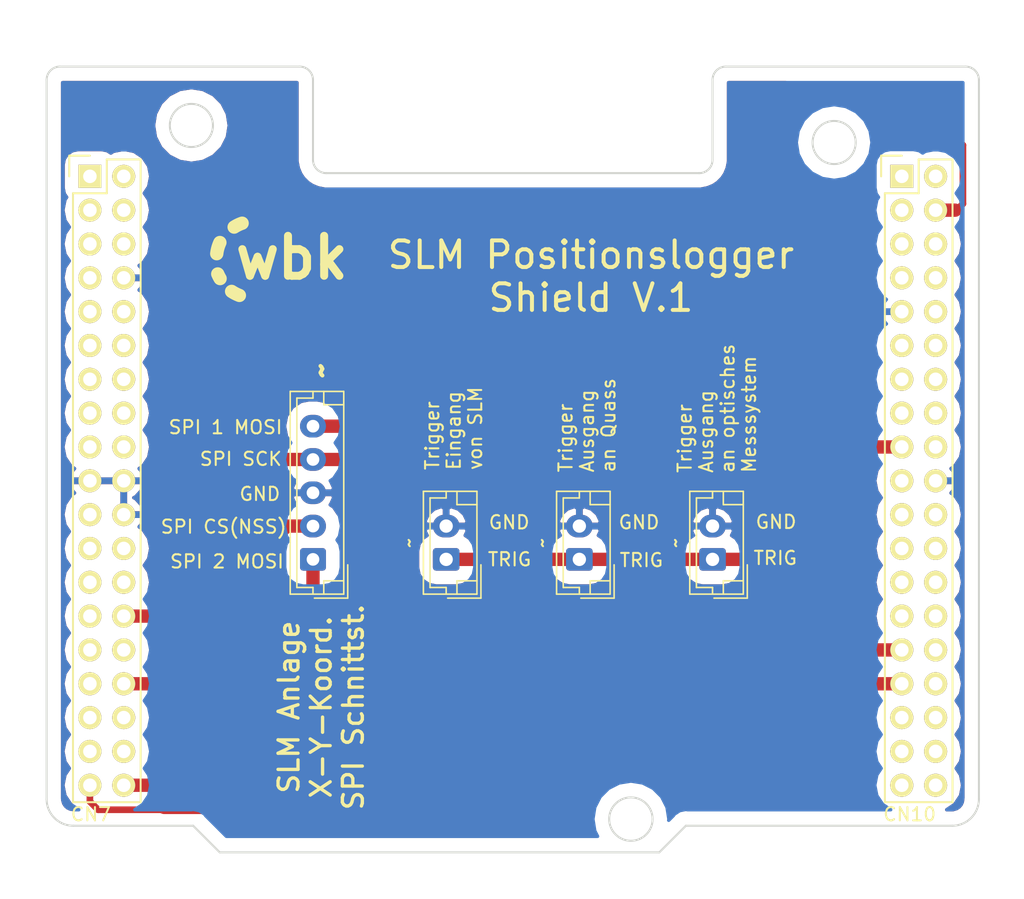
<source format=kicad_pcb>
(kicad_pcb (version 20171130) (host pcbnew 5.0.2-bee76a0~70~ubuntu18.04.1)

  (general
    (thickness 1.6)
    (drawings 44)
    (tracks 49)
    (zones 0)
    (modules 6)
    (nets 7)
  )

  (page A4)
  (layers
    (0 F.Cu signal hide)
    (31 B.Cu signal)
    (32 B.Adhes user)
    (33 F.Adhes user)
    (34 B.Paste user)
    (35 F.Paste user)
    (36 B.SilkS user)
    (37 F.SilkS user)
    (38 B.Mask user)
    (39 F.Mask user)
    (40 Dwgs.User user)
    (41 Cmts.User user)
    (42 Eco1.User user)
    (43 Eco2.User user)
    (44 Edge.Cuts user)
    (45 Margin user)
    (46 B.CrtYd user)
    (47 F.CrtYd user)
    (48 B.Fab user)
    (49 F.Fab user)
  )

  (setup
    (last_trace_width 0.3)
    (user_trace_width 0.5)
    (user_trace_width 1)
    (trace_clearance 0.3)
    (zone_clearance 1)
    (zone_45_only no)
    (trace_min 0.25)
    (segment_width 0.2)
    (edge_width 0.15)
    (via_size 0.6)
    (via_drill 0.4)
    (via_min_size 0.4)
    (via_min_drill 0.3)
    (uvia_size 0.3)
    (uvia_drill 0.1)
    (uvias_allowed no)
    (uvia_min_size 0.2)
    (uvia_min_drill 0.1)
    (pcb_text_width 0.3)
    (pcb_text_size 1.5 1.5)
    (mod_edge_width 0.15)
    (mod_text_size 1 1)
    (mod_text_width 0.15)
    (pad_size 1.524 1.524)
    (pad_drill 0.762)
    (pad_to_mask_clearance 0.2)
    (solder_mask_min_width 0.25)
    (aux_axis_origin 130 120)
    (grid_origin 130 120)
    (visible_elements FFFFFF7F)
    (pcbplotparams
      (layerselection 0x00030_7fffffff)
      (usegerberextensions false)
      (usegerberattributes false)
      (usegerberadvancedattributes false)
      (creategerberjobfile false)
      (excludeedgelayer true)
      (linewidth 0.100000)
      (plotframeref false)
      (viasonmask false)
      (mode 1)
      (useauxorigin false)
      (hpglpennumber 1)
      (hpglpenspeed 20)
      (hpglpendiameter 15.000000)
      (psnegative false)
      (psa4output false)
      (plotreference true)
      (plotvalue true)
      (plotinvisibletext false)
      (padsonsilk false)
      (subtractmaskfromsilk false)
      (outputformat 5)
      (mirror false)
      (drillshape 0)
      (scaleselection 1)
      (outputdirectory "./"))
  )

  (net 0 "")
  (net 1 SPI1_SCK)
  (net 2 SPI1_NSS)
  (net 3 SPI2_MOSI)
  (net 4 TRIGGER)
  (net 5 SPI1_MOSI)
  (net 6 GND)

  (net_class Default "This is the default net class."
    (clearance 0.3)
    (trace_width 0.3)
    (via_dia 0.6)
    (via_drill 0.4)
    (uvia_dia 0.3)
    (uvia_drill 0.1)
    (diff_pair_gap 0.25)
    (diff_pair_width 0.25)
    (add_net GND)
    (add_net SPI1_MOSI)
    (add_net SPI1_NSS)
    (add_net SPI1_SCK)
    (add_net SPI2_MOSI)
    (add_net TRIGGER)
  )

  (module Pin_Headers:Pin_Header_Straight_2x19 (layer F.Cu) (tedit 0) (tstamp 5874D3F2)
    (at 133.25 71.24)
    (descr "Through hole pin header")
    (tags "pin header")
    (path /58745202)
    (fp_text reference CN7 (at 0.07 47.9) (layer F.SilkS)
      (effects (font (size 1 1) (thickness 0.15)))
    )
    (fp_text value CONN_02X19 (at 0.15 -3.17) (layer F.Fab)
      (effects (font (size 1 1) (thickness 0.15)))
    )
    (fp_line (start -1.75 -1.75) (end -1.75 47.5) (layer F.CrtYd) (width 0.05))
    (fp_line (start 4.3 -1.75) (end 4.3 47.5) (layer F.CrtYd) (width 0.05))
    (fp_line (start -1.75 -1.75) (end 4.3 -1.75) (layer F.CrtYd) (width 0.05))
    (fp_line (start -1.75 47.5) (end 4.3 47.5) (layer F.CrtYd) (width 0.05))
    (fp_line (start 3.81 -1.27) (end 3.81 46.99) (layer F.SilkS) (width 0.15))
    (fp_line (start -1.27 46.99) (end -1.27 1.27) (layer F.SilkS) (width 0.15))
    (fp_line (start 3.81 46.99) (end -1.27 46.99) (layer F.SilkS) (width 0.15))
    (fp_line (start 3.81 -1.27) (end 1.27 -1.27) (layer F.SilkS) (width 0.15))
    (fp_line (start 0 -1.55) (end -1.55 -1.55) (layer F.SilkS) (width 0.15))
    (fp_line (start 1.27 -1.27) (end 1.27 1.27) (layer F.SilkS) (width 0.15))
    (fp_line (start 1.27 1.27) (end -1.27 1.27) (layer F.SilkS) (width 0.15))
    (fp_line (start -1.55 -1.55) (end -1.55 0) (layer F.SilkS) (width 0.15))
    (pad 1 thru_hole rect (at 0 0) (size 1.7272 1.7272) (drill 1.016) (layers *.Cu *.Mask F.SilkS))
    (pad 2 thru_hole oval (at 2.54 0) (size 1.7272 1.7272) (drill 1.016) (layers *.Cu *.Mask F.SilkS))
    (pad 3 thru_hole oval (at 0 2.54) (size 1.7272 1.7272) (drill 1.016) (layers *.Cu *.Mask F.SilkS))
    (pad 4 thru_hole oval (at 2.54 2.54) (size 1.7272 1.7272) (drill 1.016) (layers *.Cu *.Mask F.SilkS))
    (pad 5 thru_hole oval (at 0 5.08) (size 1.7272 1.7272) (drill 1.016) (layers *.Cu *.Mask F.SilkS))
    (pad 6 thru_hole oval (at 2.54 5.08) (size 1.7272 1.7272) (drill 1.016) (layers *.Cu *.Mask F.SilkS))
    (pad 7 thru_hole oval (at 0 7.62) (size 1.7272 1.7272) (drill 1.016) (layers *.Cu *.Mask F.SilkS))
    (pad 8 thru_hole oval (at 2.54 7.62) (size 1.7272 1.7272) (drill 1.016) (layers *.Cu *.Mask F.SilkS)
      (net 6 GND))
    (pad 9 thru_hole oval (at 0 10.16) (size 1.7272 1.7272) (drill 1.016) (layers *.Cu *.Mask F.SilkS))
    (pad 10 thru_hole oval (at 2.54 10.16) (size 1.7272 1.7272) (drill 1.016) (layers *.Cu *.Mask F.SilkS))
    (pad 11 thru_hole oval (at 0 12.7) (size 1.7272 1.7272) (drill 1.016) (layers *.Cu *.Mask F.SilkS))
    (pad 12 thru_hole oval (at 2.54 12.7) (size 1.7272 1.7272) (drill 1.016) (layers *.Cu *.Mask F.SilkS))
    (pad 13 thru_hole oval (at 0 15.24) (size 1.7272 1.7272) (drill 1.016) (layers *.Cu *.Mask F.SilkS))
    (pad 14 thru_hole oval (at 2.54 15.24) (size 1.7272 1.7272) (drill 1.016) (layers *.Cu *.Mask F.SilkS))
    (pad 15 thru_hole oval (at 0 17.78) (size 1.7272 1.7272) (drill 1.016) (layers *.Cu *.Mask F.SilkS))
    (pad 16 thru_hole oval (at 2.54 17.78) (size 1.7272 1.7272) (drill 1.016) (layers *.Cu *.Mask F.SilkS))
    (pad 17 thru_hole oval (at 0 20.32) (size 1.7272 1.7272) (drill 1.016) (layers *.Cu *.Mask F.SilkS))
    (pad 18 thru_hole oval (at 2.54 20.32) (size 1.7272 1.7272) (drill 1.016) (layers *.Cu *.Mask F.SilkS))
    (pad 19 thru_hole oval (at 0 22.86) (size 1.7272 1.7272) (drill 1.016) (layers *.Cu *.Mask F.SilkS)
      (net 6 GND))
    (pad 20 thru_hole oval (at 2.54 22.86) (size 1.7272 1.7272) (drill 1.016) (layers *.Cu *.Mask F.SilkS)
      (net 6 GND))
    (pad 21 thru_hole oval (at 0 25.4) (size 1.7272 1.7272) (drill 1.016) (layers *.Cu *.Mask F.SilkS))
    (pad 22 thru_hole oval (at 2.54 25.4) (size 1.7272 1.7272) (drill 1.016) (layers *.Cu *.Mask F.SilkS)
      (net 6 GND))
    (pad 23 thru_hole oval (at 0 27.94) (size 1.7272 1.7272) (drill 1.016) (layers *.Cu *.Mask F.SilkS))
    (pad 24 thru_hole oval (at 2.54 27.94) (size 1.7272 1.7272) (drill 1.016) (layers *.Cu *.Mask F.SilkS))
    (pad 25 thru_hole oval (at 0 30.48) (size 1.7272 1.7272) (drill 1.016) (layers *.Cu *.Mask F.SilkS))
    (pad 26 thru_hole oval (at 2.54 30.48) (size 1.7272 1.7272) (drill 1.016) (layers *.Cu *.Mask F.SilkS))
    (pad 27 thru_hole oval (at 0 33.02) (size 1.7272 1.7272) (drill 1.016) (layers *.Cu *.Mask F.SilkS))
    (pad 28 thru_hole oval (at 2.54 33.02) (size 1.7272 1.7272) (drill 1.016) (layers *.Cu *.Mask F.SilkS)
      (net 1 SPI1_SCK))
    (pad 29 thru_hole oval (at 0 35.56) (size 1.7272 1.7272) (drill 1.016) (layers *.Cu *.Mask F.SilkS))
    (pad 30 thru_hole oval (at 2.54 35.56) (size 1.7272 1.7272) (drill 1.016) (layers *.Cu *.Mask F.SilkS))
    (pad 31 thru_hole oval (at 0 38.1) (size 1.7272 1.7272) (drill 1.016) (layers *.Cu *.Mask F.SilkS))
    (pad 32 thru_hole oval (at 2.54 38.1) (size 1.7272 1.7272) (drill 1.016) (layers *.Cu *.Mask F.SilkS)
      (net 2 SPI1_NSS))
    (pad 33 thru_hole oval (at 0 40.64) (size 1.7272 1.7272) (drill 1.016) (layers *.Cu *.Mask F.SilkS))
    (pad 34 thru_hole oval (at 2.54 40.64) (size 1.7272 1.7272) (drill 1.016) (layers *.Cu *.Mask F.SilkS))
    (pad 35 thru_hole oval (at 0 43.18) (size 1.7272 1.7272) (drill 1.016) (layers *.Cu *.Mask F.SilkS))
    (pad 36 thru_hole oval (at 2.54 43.18) (size 1.7272 1.7272) (drill 1.016) (layers *.Cu *.Mask F.SilkS))
    (pad 37 thru_hole oval (at 0 45.72) (size 1.7272 1.7272) (drill 1.016) (layers *.Cu *.Mask F.SilkS)
      (net 3 SPI2_MOSI))
    (pad 38 thru_hole oval (at 2.54 45.72) (size 1.7272 1.7272) (drill 1.016) (layers *.Cu *.Mask F.SilkS)
      (net 2 SPI1_NSS))
    (model ${KISYS3DMOD}/Connector_PinSocket_2.54mm.3dshapes/PinSocket_2x19_P2.54mm_Vertical.wrl
      (offset (xyz 0 0 -1.8))
      (scale (xyz 1 1 1))
      (rotate (xyz 0 180 0))
    )
  )

  (module Pin_Headers:Pin_Header_Straight_2x19 (layer F.Cu) (tedit 0) (tstamp 5874D428)
    (at 194.21 71.24)
    (descr "Through hole pin header")
    (tags "pin header")
    (path /5874523E)
    (fp_text reference CN10 (at 0.59 47.9) (layer F.SilkS)
      (effects (font (size 1 1) (thickness 0.15)))
    )
    (fp_text value CONN_02X19 (at 0 -3.1) (layer F.Fab)
      (effects (font (size 1 1) (thickness 0.15)))
    )
    (fp_line (start -1.75 -1.75) (end -1.75 47.5) (layer F.CrtYd) (width 0.05))
    (fp_line (start 4.3 -1.75) (end 4.3 47.5) (layer F.CrtYd) (width 0.05))
    (fp_line (start -1.75 -1.75) (end 4.3 -1.75) (layer F.CrtYd) (width 0.05))
    (fp_line (start -1.75 47.5) (end 4.3 47.5) (layer F.CrtYd) (width 0.05))
    (fp_line (start 3.81 -1.27) (end 3.81 46.99) (layer F.SilkS) (width 0.15))
    (fp_line (start -1.27 46.99) (end -1.27 1.27) (layer F.SilkS) (width 0.15))
    (fp_line (start 3.81 46.99) (end -1.27 46.99) (layer F.SilkS) (width 0.15))
    (fp_line (start 3.81 -1.27) (end 1.27 -1.27) (layer F.SilkS) (width 0.15))
    (fp_line (start 0 -1.55) (end -1.55 -1.55) (layer F.SilkS) (width 0.15))
    (fp_line (start 1.27 -1.27) (end 1.27 1.27) (layer F.SilkS) (width 0.15))
    (fp_line (start 1.27 1.27) (end -1.27 1.27) (layer F.SilkS) (width 0.15))
    (fp_line (start -1.55 -1.55) (end -1.55 0) (layer F.SilkS) (width 0.15))
    (pad 1 thru_hole rect (at 0 0) (size 1.7272 1.7272) (drill 1.016) (layers *.Cu *.Mask F.SilkS))
    (pad 2 thru_hole oval (at 2.54 0) (size 1.7272 1.7272) (drill 1.016) (layers *.Cu *.Mask F.SilkS))
    (pad 3 thru_hole oval (at 0 2.54) (size 1.7272 1.7272) (drill 1.016) (layers *.Cu *.Mask F.SilkS))
    (pad 4 thru_hole oval (at 2.54 2.54) (size 1.7272 1.7272) (drill 1.016) (layers *.Cu *.Mask F.SilkS)
      (net 4 TRIGGER))
    (pad 5 thru_hole oval (at 0 5.08) (size 1.7272 1.7272) (drill 1.016) (layers *.Cu *.Mask F.SilkS))
    (pad 6 thru_hole oval (at 2.54 5.08) (size 1.7272 1.7272) (drill 1.016) (layers *.Cu *.Mask F.SilkS))
    (pad 7 thru_hole oval (at 0 7.62) (size 1.7272 1.7272) (drill 1.016) (layers *.Cu *.Mask F.SilkS))
    (pad 8 thru_hole oval (at 2.54 7.62) (size 1.7272 1.7272) (drill 1.016) (layers *.Cu *.Mask F.SilkS))
    (pad 9 thru_hole oval (at 0 10.16) (size 1.7272 1.7272) (drill 1.016) (layers *.Cu *.Mask F.SilkS)
      (net 6 GND))
    (pad 10 thru_hole oval (at 2.54 10.16) (size 1.7272 1.7272) (drill 1.016) (layers *.Cu *.Mask F.SilkS))
    (pad 11 thru_hole oval (at 0 12.7) (size 1.7272 1.7272) (drill 1.016) (layers *.Cu *.Mask F.SilkS))
    (pad 12 thru_hole oval (at 2.54 12.7) (size 1.7272 1.7272) (drill 1.016) (layers *.Cu *.Mask F.SilkS))
    (pad 13 thru_hole oval (at 0 15.24) (size 1.7272 1.7272) (drill 1.016) (layers *.Cu *.Mask F.SilkS))
    (pad 14 thru_hole oval (at 2.54 15.24) (size 1.7272 1.7272) (drill 1.016) (layers *.Cu *.Mask F.SilkS))
    (pad 15 thru_hole oval (at 0 17.78) (size 1.7272 1.7272) (drill 1.016) (layers *.Cu *.Mask F.SilkS))
    (pad 16 thru_hole oval (at 2.54 17.78) (size 1.7272 1.7272) (drill 1.016) (layers *.Cu *.Mask F.SilkS))
    (pad 17 thru_hole oval (at 0 20.32) (size 1.7272 1.7272) (drill 1.016) (layers *.Cu *.Mask F.SilkS)
      (net 4 TRIGGER))
    (pad 18 thru_hole oval (at 2.54 20.32) (size 1.7272 1.7272) (drill 1.016) (layers *.Cu *.Mask F.SilkS))
    (pad 19 thru_hole oval (at 0 22.86) (size 1.7272 1.7272) (drill 1.016) (layers *.Cu *.Mask F.SilkS))
    (pad 20 thru_hole oval (at 2.54 22.86) (size 1.7272 1.7272) (drill 1.016) (layers *.Cu *.Mask F.SilkS)
      (net 6 GND))
    (pad 21 thru_hole oval (at 0 25.4) (size 1.7272 1.7272) (drill 1.016) (layers *.Cu *.Mask F.SilkS))
    (pad 22 thru_hole oval (at 2.54 25.4) (size 1.7272 1.7272) (drill 1.016) (layers *.Cu *.Mask F.SilkS))
    (pad 23 thru_hole oval (at 0 27.94) (size 1.7272 1.7272) (drill 1.016) (layers *.Cu *.Mask F.SilkS))
    (pad 24 thru_hole oval (at 2.54 27.94) (size 1.7272 1.7272) (drill 1.016) (layers *.Cu *.Mask F.SilkS))
    (pad 25 thru_hole oval (at 0 30.48) (size 1.7272 1.7272) (drill 1.016) (layers *.Cu *.Mask F.SilkS))
    (pad 26 thru_hole oval (at 2.54 30.48) (size 1.7272 1.7272) (drill 1.016) (layers *.Cu *.Mask F.SilkS))
    (pad 27 thru_hole oval (at 0 33.02) (size 1.7272 1.7272) (drill 1.016) (layers *.Cu *.Mask F.SilkS))
    (pad 28 thru_hole oval (at 2.54 33.02) (size 1.7272 1.7272) (drill 1.016) (layers *.Cu *.Mask F.SilkS))
    (pad 29 thru_hole oval (at 0 35.56) (size 1.7272 1.7272) (drill 1.016) (layers *.Cu *.Mask F.SilkS)
      (net 5 SPI1_MOSI))
    (pad 30 thru_hole oval (at 2.54 35.56) (size 1.7272 1.7272) (drill 1.016) (layers *.Cu *.Mask F.SilkS))
    (pad 31 thru_hole oval (at 0 38.1) (size 1.7272 1.7272) (drill 1.016) (layers *.Cu *.Mask F.SilkS)
      (net 1 SPI1_SCK))
    (pad 32 thru_hole oval (at 2.54 38.1) (size 1.7272 1.7272) (drill 1.016) (layers *.Cu *.Mask F.SilkS))
    (pad 33 thru_hole oval (at 0 40.64) (size 1.7272 1.7272) (drill 1.016) (layers *.Cu *.Mask F.SilkS))
    (pad 34 thru_hole oval (at 2.54 40.64) (size 1.7272 1.7272) (drill 1.016) (layers *.Cu *.Mask F.SilkS))
    (pad 35 thru_hole oval (at 0 43.18) (size 1.7272 1.7272) (drill 1.016) (layers *.Cu *.Mask F.SilkS))
    (pad 36 thru_hole oval (at 2.54 43.18) (size 1.7272 1.7272) (drill 1.016) (layers *.Cu *.Mask F.SilkS))
    (pad 37 thru_hole oval (at 0 45.72) (size 1.7272 1.7272) (drill 1.016) (layers *.Cu *.Mask F.SilkS))
    (pad 38 thru_hole oval (at 2.54 45.72) (size 1.7272 1.7272) (drill 1.016) (layers *.Cu *.Mask F.SilkS))
    (model ${KISYS3DMOD}/Connector_PinSocket_2.54mm.3dshapes/PinSocket_2x19_P2.54mm_Vertical.wrl
      (offset (xyz 0 0 -1.8))
      (scale (xyz 1 1 1))
      (rotate (xyz 0 180 0))
    )
  )

  (module Connector_JST:JST_EH_B05B-EH-A_1x05_P2.50mm_Vertical locked (layer F.Cu) (tedit 5E00AA6F) (tstamp 5E0D0A85)
    (at 150 100 90)
    (descr "JST EH series connector, B05B-EH-A (http://www.jst-mfg.com/product/pdf/eng/eEH.pdf), generated with kicad-footprint-generator")
    (tags "connector JST EH side entry")
    (path /5E008B4E)
    (fp_text reference ~ (at 14.2 0.6 90) (layer F.SilkS)
      (effects (font (size 1.5 1.5) (thickness 0.3)))
    )
    (fp_text value SLM_Anlage (at 5 3.4 90) (layer F.Fab)
      (effects (font (size 1 1) (thickness 0.15)))
    )
    (fp_line (start -2.5 -1.6) (end -2.5 2.2) (layer F.Fab) (width 0.1))
    (fp_line (start -2.5 2.2) (end 12.5 2.2) (layer F.Fab) (width 0.1))
    (fp_line (start 12.5 2.2) (end 12.5 -1.6) (layer F.Fab) (width 0.1))
    (fp_line (start 12.5 -1.6) (end -2.5 -1.6) (layer F.Fab) (width 0.1))
    (fp_line (start -3 -2.1) (end -3 2.7) (layer F.CrtYd) (width 0.05))
    (fp_line (start -3 2.7) (end 13 2.7) (layer F.CrtYd) (width 0.05))
    (fp_line (start 13 2.7) (end 13 -2.1) (layer F.CrtYd) (width 0.05))
    (fp_line (start 13 -2.1) (end -3 -2.1) (layer F.CrtYd) (width 0.05))
    (fp_line (start -2.61 -1.71) (end -2.61 2.31) (layer F.SilkS) (width 0.12))
    (fp_line (start -2.61 2.31) (end 12.61 2.31) (layer F.SilkS) (width 0.12))
    (fp_line (start 12.61 2.31) (end 12.61 -1.71) (layer F.SilkS) (width 0.12))
    (fp_line (start 12.61 -1.71) (end -2.61 -1.71) (layer F.SilkS) (width 0.12))
    (fp_line (start -2.61 0) (end -2.11 0) (layer F.SilkS) (width 0.12))
    (fp_line (start -2.11 0) (end -2.11 -1.21) (layer F.SilkS) (width 0.12))
    (fp_line (start -2.11 -1.21) (end 12.11 -1.21) (layer F.SilkS) (width 0.12))
    (fp_line (start 12.11 -1.21) (end 12.11 0) (layer F.SilkS) (width 0.12))
    (fp_line (start 12.11 0) (end 12.61 0) (layer F.SilkS) (width 0.12))
    (fp_line (start -2.61 0.81) (end -1.61 0.81) (layer F.SilkS) (width 0.12))
    (fp_line (start -1.61 0.81) (end -1.61 2.31) (layer F.SilkS) (width 0.12))
    (fp_line (start 12.61 0.81) (end 11.61 0.81) (layer F.SilkS) (width 0.12))
    (fp_line (start 11.61 0.81) (end 11.61 2.31) (layer F.SilkS) (width 0.12))
    (fp_line (start -2.91 0.11) (end -2.91 2.61) (layer F.SilkS) (width 0.12))
    (fp_line (start -2.91 2.61) (end -0.41 2.61) (layer F.SilkS) (width 0.12))
    (fp_line (start -2.91 0.11) (end -2.91 2.61) (layer F.Fab) (width 0.1))
    (fp_line (start -2.91 2.61) (end -0.41 2.61) (layer F.Fab) (width 0.1))
    (fp_text user %R (at 5 1.5 90) (layer F.Fab)
      (effects (font (size 1 1) (thickness 0.15)))
    )
    (pad 1 thru_hole roundrect (at 0 0 90) (size 1.7 1.95) (drill 0.95) (layers *.Cu *.Mask) (roundrect_rratio 0.147059)
      (net 3 SPI2_MOSI))
    (pad 2 thru_hole oval (at 2.5 0 90) (size 1.7 1.95) (drill 0.95) (layers *.Cu *.Mask)
      (net 2 SPI1_NSS))
    (pad 3 thru_hole oval (at 5 0 90) (size 1.7 1.95) (drill 0.95) (layers *.Cu *.Mask)
      (net 6 GND))
    (pad 4 thru_hole oval (at 7.5 0 90) (size 1.7 1.95) (drill 0.95) (layers *.Cu *.Mask)
      (net 1 SPI1_SCK))
    (pad 5 thru_hole oval (at 10 0 90) (size 1.7 1.95) (drill 0.95) (layers *.Cu *.Mask)
      (net 5 SPI1_MOSI))
    (model ${KISYS3DMOD}/Connector_JST.3dshapes/JST_EH_B05B-EH-A_1x05_P2.50mm_Vertical.wrl
      (at (xyz 0 0 0))
      (scale (xyz 1 1 1))
      (rotate (xyz 0 0 0))
    )
  )

  (module Connector_JST:JST_EH_B02B-EH-A_1x02_P2.50mm_Vertical locked (layer F.Cu) (tedit 5E00AA86) (tstamp 5E0D0AA5)
    (at 170 100 90)
    (descr "JST EH series connector, B02B-EH-A (http://www.jst-mfg.com/product/pdf/eng/eEH.pdf), generated with kicad-footprint-generator")
    (tags "connector JST EH side entry")
    (path /5E009AB5)
    (fp_text reference ~ (at 1.25 -2.8 90) (layer F.SilkS)
      (effects (font (size 1 1) (thickness 0.15)))
    )
    (fp_text value Trigger_Eingang (at 1.25 3.4 90) (layer F.Fab)
      (effects (font (size 1 1) (thickness 0.15)))
    )
    (fp_line (start -2.5 -1.6) (end -2.5 2.2) (layer F.Fab) (width 0.1))
    (fp_line (start -2.5 2.2) (end 5 2.2) (layer F.Fab) (width 0.1))
    (fp_line (start 5 2.2) (end 5 -1.6) (layer F.Fab) (width 0.1))
    (fp_line (start 5 -1.6) (end -2.5 -1.6) (layer F.Fab) (width 0.1))
    (fp_line (start -3 -2.1) (end -3 2.7) (layer F.CrtYd) (width 0.05))
    (fp_line (start -3 2.7) (end 5.5 2.7) (layer F.CrtYd) (width 0.05))
    (fp_line (start 5.5 2.7) (end 5.5 -2.1) (layer F.CrtYd) (width 0.05))
    (fp_line (start 5.5 -2.1) (end -3 -2.1) (layer F.CrtYd) (width 0.05))
    (fp_line (start -2.61 -1.71) (end -2.61 2.31) (layer F.SilkS) (width 0.12))
    (fp_line (start -2.61 2.31) (end 5.11 2.31) (layer F.SilkS) (width 0.12))
    (fp_line (start 5.11 2.31) (end 5.11 -1.71) (layer F.SilkS) (width 0.12))
    (fp_line (start 5.11 -1.71) (end -2.61 -1.71) (layer F.SilkS) (width 0.12))
    (fp_line (start -2.61 0) (end -2.11 0) (layer F.SilkS) (width 0.12))
    (fp_line (start -2.11 0) (end -2.11 -1.21) (layer F.SilkS) (width 0.12))
    (fp_line (start -2.11 -1.21) (end 4.61 -1.21) (layer F.SilkS) (width 0.12))
    (fp_line (start 4.61 -1.21) (end 4.61 0) (layer F.SilkS) (width 0.12))
    (fp_line (start 4.61 0) (end 5.11 0) (layer F.SilkS) (width 0.12))
    (fp_line (start -2.61 0.81) (end -1.61 0.81) (layer F.SilkS) (width 0.12))
    (fp_line (start -1.61 0.81) (end -1.61 2.31) (layer F.SilkS) (width 0.12))
    (fp_line (start 5.11 0.81) (end 4.11 0.81) (layer F.SilkS) (width 0.12))
    (fp_line (start 4.11 0.81) (end 4.11 2.31) (layer F.SilkS) (width 0.12))
    (fp_line (start -2.91 0.11) (end -2.91 2.61) (layer F.SilkS) (width 0.12))
    (fp_line (start -2.91 2.61) (end -0.41 2.61) (layer F.SilkS) (width 0.12))
    (fp_line (start -2.91 0.11) (end -2.91 2.61) (layer F.Fab) (width 0.1))
    (fp_line (start -2.91 2.61) (end -0.41 2.61) (layer F.Fab) (width 0.1))
    (fp_text user %R (at 1.25 1.5 90) (layer F.Fab)
      (effects (font (size 1 1) (thickness 0.15)))
    )
    (pad 1 thru_hole roundrect (at 0 0 90) (size 1.7 2) (drill 1) (layers *.Cu *.Mask) (roundrect_rratio 0.147059)
      (net 4 TRIGGER))
    (pad 2 thru_hole oval (at 2.5 0 90) (size 1.7 2) (drill 1) (layers *.Cu *.Mask)
      (net 6 GND))
    (model ${KISYS3DMOD}/Connector_JST.3dshapes/JST_EH_B02B-EH-A_1x02_P2.50mm_Vertical.wrl
      (at (xyz 0 0 0))
      (scale (xyz 1 1 1))
      (rotate (xyz 0 0 0))
    )
  )

  (module Connector_JST:JST_EH_B02B-EH-A_1x02_P2.50mm_Vertical locked (layer F.Cu) (tedit 5E00AA92) (tstamp 5E0D0AC5)
    (at 180 100 90)
    (descr "JST EH series connector, B02B-EH-A (http://www.jst-mfg.com/product/pdf/eng/eEH.pdf), generated with kicad-footprint-generator")
    (tags "connector JST EH side entry")
    (path /5E009B4F)
    (fp_text reference ~ (at 1.25 -2.8 90) (layer F.SilkS)
      (effects (font (size 1 1) (thickness 0.15)))
    )
    (fp_text value Trigger_Ausgang1 (at 1.25 3.4 90) (layer F.Fab)
      (effects (font (size 1 1) (thickness 0.15)))
    )
    (fp_text user %R (at 1.25 1.5 90) (layer F.Fab)
      (effects (font (size 1 1) (thickness 0.15)))
    )
    (fp_line (start -2.91 2.61) (end -0.41 2.61) (layer F.Fab) (width 0.1))
    (fp_line (start -2.91 0.11) (end -2.91 2.61) (layer F.Fab) (width 0.1))
    (fp_line (start -2.91 2.61) (end -0.41 2.61) (layer F.SilkS) (width 0.12))
    (fp_line (start -2.91 0.11) (end -2.91 2.61) (layer F.SilkS) (width 0.12))
    (fp_line (start 4.11 0.81) (end 4.11 2.31) (layer F.SilkS) (width 0.12))
    (fp_line (start 5.11 0.81) (end 4.11 0.81) (layer F.SilkS) (width 0.12))
    (fp_line (start -1.61 0.81) (end -1.61 2.31) (layer F.SilkS) (width 0.12))
    (fp_line (start -2.61 0.81) (end -1.61 0.81) (layer F.SilkS) (width 0.12))
    (fp_line (start 4.61 0) (end 5.11 0) (layer F.SilkS) (width 0.12))
    (fp_line (start 4.61 -1.21) (end 4.61 0) (layer F.SilkS) (width 0.12))
    (fp_line (start -2.11 -1.21) (end 4.61 -1.21) (layer F.SilkS) (width 0.12))
    (fp_line (start -2.11 0) (end -2.11 -1.21) (layer F.SilkS) (width 0.12))
    (fp_line (start -2.61 0) (end -2.11 0) (layer F.SilkS) (width 0.12))
    (fp_line (start 5.11 -1.71) (end -2.61 -1.71) (layer F.SilkS) (width 0.12))
    (fp_line (start 5.11 2.31) (end 5.11 -1.71) (layer F.SilkS) (width 0.12))
    (fp_line (start -2.61 2.31) (end 5.11 2.31) (layer F.SilkS) (width 0.12))
    (fp_line (start -2.61 -1.71) (end -2.61 2.31) (layer F.SilkS) (width 0.12))
    (fp_line (start 5.5 -2.1) (end -3 -2.1) (layer F.CrtYd) (width 0.05))
    (fp_line (start 5.5 2.7) (end 5.5 -2.1) (layer F.CrtYd) (width 0.05))
    (fp_line (start -3 2.7) (end 5.5 2.7) (layer F.CrtYd) (width 0.05))
    (fp_line (start -3 -2.1) (end -3 2.7) (layer F.CrtYd) (width 0.05))
    (fp_line (start 5 -1.6) (end -2.5 -1.6) (layer F.Fab) (width 0.1))
    (fp_line (start 5 2.2) (end 5 -1.6) (layer F.Fab) (width 0.1))
    (fp_line (start -2.5 2.2) (end 5 2.2) (layer F.Fab) (width 0.1))
    (fp_line (start -2.5 -1.6) (end -2.5 2.2) (layer F.Fab) (width 0.1))
    (pad 2 thru_hole oval (at 2.5 0 90) (size 1.7 2) (drill 1) (layers *.Cu *.Mask)
      (net 6 GND))
    (pad 1 thru_hole roundrect (at 0 0 90) (size 1.7 2) (drill 1) (layers *.Cu *.Mask) (roundrect_rratio 0.147059)
      (net 4 TRIGGER))
    (model ${KISYS3DMOD}/Connector_JST.3dshapes/JST_EH_B02B-EH-A_1x02_P2.50mm_Vertical.wrl
      (at (xyz 0 0 0))
      (scale (xyz 1 1 1))
      (rotate (xyz 0 0 0))
    )
  )

  (module Connector_JST:JST_EH_B02B-EH-A_1x02_P2.50mm_Vertical locked (layer F.Cu) (tedit 5E00AA80) (tstamp 5E0D0AE5)
    (at 160 100 90)
    (descr "JST EH series connector, B02B-EH-A (http://www.jst-mfg.com/product/pdf/eng/eEH.pdf), generated with kicad-footprint-generator")
    (tags "connector JST EH side entry")
    (path /5E009BB9)
    (fp_text reference ~ (at 1.25 -2.8 90) (layer F.SilkS)
      (effects (font (size 1 1) (thickness 0.15)))
    )
    (fp_text value Trigger_Ausgang2 (at 1.25 3.4 90) (layer F.Fab)
      (effects (font (size 1 1) (thickness 0.15)))
    )
    (fp_line (start -2.5 -1.6) (end -2.5 2.2) (layer F.Fab) (width 0.1))
    (fp_line (start -2.5 2.2) (end 5 2.2) (layer F.Fab) (width 0.1))
    (fp_line (start 5 2.2) (end 5 -1.6) (layer F.Fab) (width 0.1))
    (fp_line (start 5 -1.6) (end -2.5 -1.6) (layer F.Fab) (width 0.1))
    (fp_line (start -3 -2.1) (end -3 2.7) (layer F.CrtYd) (width 0.05))
    (fp_line (start -3 2.7) (end 5.5 2.7) (layer F.CrtYd) (width 0.05))
    (fp_line (start 5.5 2.7) (end 5.5 -2.1) (layer F.CrtYd) (width 0.05))
    (fp_line (start 5.5 -2.1) (end -3 -2.1) (layer F.CrtYd) (width 0.05))
    (fp_line (start -2.61 -1.71) (end -2.61 2.31) (layer F.SilkS) (width 0.12))
    (fp_line (start -2.61 2.31) (end 5.11 2.31) (layer F.SilkS) (width 0.12))
    (fp_line (start 5.11 2.31) (end 5.11 -1.71) (layer F.SilkS) (width 0.12))
    (fp_line (start 5.11 -1.71) (end -2.61 -1.71) (layer F.SilkS) (width 0.12))
    (fp_line (start -2.61 0) (end -2.11 0) (layer F.SilkS) (width 0.12))
    (fp_line (start -2.11 0) (end -2.11 -1.21) (layer F.SilkS) (width 0.12))
    (fp_line (start -2.11 -1.21) (end 4.61 -1.21) (layer F.SilkS) (width 0.12))
    (fp_line (start 4.61 -1.21) (end 4.61 0) (layer F.SilkS) (width 0.12))
    (fp_line (start 4.61 0) (end 5.11 0) (layer F.SilkS) (width 0.12))
    (fp_line (start -2.61 0.81) (end -1.61 0.81) (layer F.SilkS) (width 0.12))
    (fp_line (start -1.61 0.81) (end -1.61 2.31) (layer F.SilkS) (width 0.12))
    (fp_line (start 5.11 0.81) (end 4.11 0.81) (layer F.SilkS) (width 0.12))
    (fp_line (start 4.11 0.81) (end 4.11 2.31) (layer F.SilkS) (width 0.12))
    (fp_line (start -2.91 0.11) (end -2.91 2.61) (layer F.SilkS) (width 0.12))
    (fp_line (start -2.91 2.61) (end -0.41 2.61) (layer F.SilkS) (width 0.12))
    (fp_line (start -2.91 0.11) (end -2.91 2.61) (layer F.Fab) (width 0.1))
    (fp_line (start -2.91 2.61) (end -0.41 2.61) (layer F.Fab) (width 0.1))
    (fp_text user %R (at 1.25 1.5 90) (layer F.Fab)
      (effects (font (size 1 1) (thickness 0.15)))
    )
    (pad 1 thru_hole roundrect (at 0 0 90) (size 1.7 2) (drill 1) (layers *.Cu *.Mask) (roundrect_rratio 0.147059)
      (net 4 TRIGGER))
    (pad 2 thru_hole oval (at 2.5 0 90) (size 1.7 2) (drill 1) (layers *.Cu *.Mask)
      (net 6 GND))
    (model ${KISYS3DMOD}/Connector_JST.3dshapes/JST_EH_B02B-EH-A_1x02_P2.50mm_Vertical.wrl
      (at (xyz 0 0 0))
      (scale (xyz 1 1 1))
      (rotate (xyz 0 0 0))
    )
  )

  (gr_arc (start 145.543075 77.386033) (end 143.89 79.88) (angle -12.61148331) (layer F.SilkS) (width 1) (tstamp 5E00B035))
  (gr_arc (start 145.559999 77.401894) (end 142.85 78.57) (angle -7.548130691) (layer F.SilkS) (width 1) (tstamp 5E00B030))
  (gr_arc (start 145.559999 77.379999) (end 143.01 76.21) (angle -17.85292929) (layer F.SilkS) (width 1) (tstamp 5E00B02B))
  (gr_arc (start 145.589999 77.399999) (end 144.68 74.76) (angle -13.7039912) (layer F.SilkS) (width 1))
  (gr_text "SLM Positionslogger\nShield V.1" (at 170.87 78.75) (layer F.SilkS)
    (effects (font (size 2 2) (thickness 0.3)))
  )
  (gr_text wbk (at 148.41 77.35) (layer F.SilkS) (tstamp 5E00AD78)
    (effects (font (size 3 3) (thickness 0.6)))
  )
  (gr_text "Trigger\nAusgang\nan optisches\nMesssystem" (at 180.33 93.59 90) (layer F.SilkS) (tstamp 5E00AD18)
    (effects (font (size 1 1) (thickness 0.15)) (justify left))
  )
  (gr_text "Trigger\nAusgang\nan Quass" (at 170.58 93.55 90) (layer F.SilkS) (tstamp 5E00AD14)
    (effects (font (size 1 1) (thickness 0.15)) (justify left))
  )
  (gr_text "Trigger\nEingang\nvon SLM" (at 160.57 93.38 90) (layer F.SilkS) (tstamp 5E00AD09)
    (effects (font (size 1 1) (thickness 0.15)) (justify left))
  )
  (gr_text TRIG (at 184.71 99.9) (layer F.SilkS) (tstamp 5E00ACFC)
    (effects (font (size 1 1) (thickness 0.15)))
  )
  (gr_text TRIG (at 174.66 100.06) (layer F.SilkS) (tstamp 5E00ACFA)
    (effects (font (size 1 1) (thickness 0.15)))
  )
  (gr_text TRIG (at 164.76 100) (layer F.SilkS) (tstamp 5E00ACF1)
    (effects (font (size 1 1) (thickness 0.15)))
  )
  (gr_text GND (at 184.77 97.19) (layer F.SilkS) (tstamp 5E00ACEE)
    (effects (font (size 1 1) (thickness 0.15)))
  )
  (gr_text GND (at 174.48 97.22) (layer F.SilkS) (tstamp 5E00ACEC)
    (effects (font (size 1 1) (thickness 0.15)))
  )
  (gr_text GND (at 164.73 97.22) (layer F.SilkS) (tstamp 5E00ACEA)
    (effects (font (size 1 1) (thickness 0.15)))
  )
  (gr_text "SPI 2 MOSI" (at 143.54 100.16) (layer F.SilkS) (tstamp 5E00ACE4)
    (effects (font (size 1 1) (thickness 0.15)))
  )
  (gr_text "SPI CS(NSS)" (at 143.29 97.55) (layer F.SilkS) (tstamp 5E00ACD4)
    (effects (font (size 1 1) (thickness 0.15)))
  )
  (gr_text GND (at 146.01 95.09) (layer F.SilkS) (tstamp 5E00ACD2)
    (effects (font (size 1 1) (thickness 0.15)))
  )
  (gr_text "SPI SCK" (at 144.58 92.46) (layer F.SilkS) (tstamp 5E00ACC6)
    (effects (font (size 1 1) (thickness 0.15)))
  )
  (gr_text "SPI 1 MOSI" (at 143.43 90.08) (layer F.SilkS)
    (effects (font (size 1 1) (thickness 0.15)))
  )
  (gr_text "SLM Anlage\nX-Y-Koord.\nSPI Schnittst." (at 150.61 111.09 90) (layer F.SilkS)
    (effects (font (size 1.5 1.5) (thickness 0.25)))
  )
  (gr_circle (center 189.13 68.7) (end 190.75 68.7) (layer Edge.Cuts) (width 0.15))
  (gr_circle (center 140.87 67.42) (end 142.49 67.42) (layer Edge.Cuts) (width 0.15))
  (gr_circle (center 173.87 119.5) (end 175.5 119.5) (layer Edge.Cuts) (width 0.15))
  (gr_arc (start 132 118) (end 132 120) (angle 90) (layer Edge.Cuts) (width 0.15))
  (gr_arc (start 198 118) (end 200 118) (angle 90) (layer Edge.Cuts) (width 0.15))
  (gr_arc (start 199 64) (end 199 63) (angle 90) (layer Edge.Cuts) (width 0.15))
  (gr_arc (start 181 64) (end 180 64) (angle 90) (layer Edge.Cuts) (width 0.15))
  (gr_arc (start 179 70) (end 180 70) (angle 90) (layer Edge.Cuts) (width 0.15))
  (gr_arc (start 151 70) (end 151 71) (angle 90) (layer Edge.Cuts) (width 0.15))
  (gr_arc (start 149 64) (end 149 63) (angle 90) (layer Edge.Cuts) (width 0.15))
  (gr_arc (start 131 64) (end 130 64) (angle 90) (layer Edge.Cuts) (width 0.15))
  (gr_line (start 179 71) (end 151 71) (layer Edge.Cuts) (width 0.15))
  (gr_line (start 180 64) (end 180 70) (layer Edge.Cuts) (width 0.15))
  (gr_line (start 199 63) (end 181 63) (layer Edge.Cuts) (width 0.15))
  (gr_line (start 200 118) (end 200 64) (layer Edge.Cuts) (width 0.15))
  (gr_line (start 150 64) (end 150 70) (layer Edge.Cuts) (width 0.15))
  (gr_line (start 131 63) (end 149 63) (layer Edge.Cuts) (width 0.15))
  (gr_line (start 130 118) (end 130 64) (layer Edge.Cuts) (width 0.15))
  (gr_line (start 178 120) (end 198 120) (layer Edge.Cuts) (width 0.15))
  (gr_line (start 176 122) (end 178 120) (layer Edge.Cuts) (width 0.15))
  (gr_line (start 143 122) (end 176 122) (layer Edge.Cuts) (width 0.15))
  (gr_line (start 141 120) (end 143 122) (layer Edge.Cuts) (width 0.15))
  (gr_line (start 132 120) (end 141 120) (layer Edge.Cuts) (width 0.15))

  (segment (start 147.5 92.5) (end 150 92.5) (width 1) (layer F.Cu) (net 1))
  (segment (start 146.7 93.3) (end 147.5 92.5) (width 1) (layer F.Cu) (net 1))
  (segment (start 146.7 95.6) (end 146.7 93.3) (width 1) (layer F.Cu) (net 1))
  (segment (start 135.79 104.26) (end 138.04 104.26) (width 1) (layer F.Cu) (net 1))
  (segment (start 138.04 104.26) (end 146.7 95.6) (width 1) (layer F.Cu) (net 1))
  (segment (start 159.14 109.34) (end 194.21 109.34) (width 1) (layer F.Cu) (net 1))
  (segment (start 153.5 103.7) (end 159.14 109.34) (width 1) (layer F.Cu) (net 1))
  (segment (start 150 92.5) (end 153.5 92.5) (width 1) (layer F.Cu) (net 1))
  (segment (start 153.5 92.5) (end 153.5 103.7) (width 1) (layer F.Cu) (net 1))
  (segment (start 138.04 116.96) (end 135.79 116.96) (width 1) (layer F.Cu) (net 2))
  (segment (start 138.5 116.5) (end 138.04 116.96) (width 1) (layer F.Cu) (net 2))
  (segment (start 138.5 109.38) (end 138.5 116.5) (width 1) (layer F.Cu) (net 2))
  (segment (start 135.79 109.34) (end 138.54 109.34) (width 1) (layer F.Cu) (net 2))
  (segment (start 138.54 109.34) (end 138.5 109.38) (width 1) (layer F.Cu) (net 2))
  (segment (start 148.025 97.5) (end 146.5 99.025) (width 1) (layer F.Cu) (net 2))
  (segment (start 150 97.5) (end 148.025 97.5) (width 1) (layer F.Cu) (net 2))
  (segment (start 146.5 99.025) (end 146.5 107.8) (width 1) (layer F.Cu) (net 2))
  (segment (start 144.96 109.34) (end 138.54 109.34) (width 1) (layer F.Cu) (net 2))
  (segment (start 146.5 107.8) (end 144.96 109.34) (width 1) (layer F.Cu) (net 2))
  (segment (start 150 100) (end 150 117.1) (width 1) (layer F.Cu) (net 3))
  (segment (start 148.476399 118.623601) (end 138.823601 118.623601) (width 1) (layer F.Cu) (net 3))
  (segment (start 150 117.1) (end 148.476399 118.623601) (width 1) (layer F.Cu) (net 3))
  (segment (start 138.647202 118.8) (end 138.823601 118.623601) (width 0.5) (layer F.Cu) (net 3))
  (segment (start 133.868686 118.8) (end 138.647202 118.8) (width 0.5) (layer F.Cu) (net 3))
  (segment (start 133.25 116.96) (end 133.25 118.181314) (width 0.5) (layer F.Cu) (net 3))
  (segment (start 133.25 118.181314) (end 133.868686 118.8) (width 0.5) (layer F.Cu) (net 3))
  (segment (start 160 100) (end 170 100) (width 1) (layer F.Cu) (net 4))
  (segment (start 170 100) (end 180 100) (width 1) (layer F.Cu) (net 4))
  (segment (start 185.3 97.6) (end 191.34 91.56) (width 1) (layer F.Cu) (net 4))
  (segment (start 191.34 91.56) (end 194.21 91.56) (width 1) (layer F.Cu) (net 4))
  (segment (start 180 100) (end 185.3 100) (width 1) (layer F.Cu) (net 4))
  (segment (start 185.3 100) (end 185.3 97.6) (width 1) (layer F.Cu) (net 4))
  (segment (start 196.75 73.78) (end 198.22 73.78) (width 1) (layer F.Cu) (net 4))
  (segment (start 198.22 73.78) (end 198.32 73.78) (width 0.5) (layer F.Cu) (net 4))
  (segment (start 198.32 73.78) (end 198.8 73.3) (width 0.5) (layer F.Cu) (net 4))
  (segment (start 198.8 73.3) (end 198.8 68.9) (width 0.5) (layer F.Cu) (net 4))
  (segment (start 198.8 68.9) (end 197.8 67.9) (width 0.5) (layer F.Cu) (net 4))
  (segment (start 197.8 67.9) (end 194.8 67.9) (width 1) (layer F.Cu) (net 4))
  (segment (start 194.8 67.9) (end 192 65.1) (width 1) (layer F.Cu) (net 4))
  (segment (start 192 65.1) (end 186.9 65.1) (width 1) (layer F.Cu) (net 4))
  (segment (start 186.9 65.1) (end 184.5 67.5) (width 1) (layer F.Cu) (net 4))
  (segment (start 184.5 67.5) (end 184.5 70) (width 1) (layer F.Cu) (net 4))
  (segment (start 191.34 76.84) (end 191.34 91.56) (width 1) (layer F.Cu) (net 4))
  (segment (start 184.5 70) (end 191.34 76.84) (width 1) (layer F.Cu) (net 4))
  (segment (start 155.9 102.1) (end 155.9 91.1) (width 1) (layer F.Cu) (net 5))
  (segment (start 154.8 90) (end 150 90) (width 1) (layer F.Cu) (net 5))
  (segment (start 194.21 106.8) (end 160.6 106.8) (width 1) (layer F.Cu) (net 5))
  (segment (start 155.9 91.1) (end 154.8 90) (width 1) (layer F.Cu) (net 5))
  (segment (start 160.6 106.8) (end 155.9 102.1) (width 1) (layer F.Cu) (net 5))

  (zone (net 6) (net_name GND) (layer B.Cu) (tstamp 5E00C5D4) (hatch edge 0.508)
    (connect_pads (clearance 1))
    (min_thickness 0.254)
    (fill yes (arc_segments 16) (thermal_gap 0.508) (thermal_bridge_width 0.508))
    (polygon
      (pts
        (xy 202.6 123.5) (xy 203.4 58) (xy 126.5 60.2) (xy 126.6 125.5)
      )
    )
    (filled_polygon
      (pts
        (xy 148.798001 70.118384) (xy 148.821096 70.234491) (xy 148.821096 70.234497) (xy 148.897216 70.61718) (xy 148.897216 70.617181)
        (xy 149.076693 71.050478) (xy 149.293466 71.374902) (xy 149.625098 71.706534) (xy 149.949522 71.923307) (xy 150.382818 72.102783)
        (xy 150.38282 72.102784) (xy 150.765502 72.178904) (xy 150.765504 72.178904) (xy 150.881616 72.202) (xy 179.118384 72.202)
        (xy 179.234496 72.178904) (xy 179.234497 72.178904) (xy 179.61718 72.102784) (xy 179.617181 72.102784) (xy 180.050478 71.923307)
        (xy 180.374902 71.706534) (xy 180.706534 71.374902) (xy 180.923307 71.050478) (xy 181.102783 70.617182) (xy 181.102784 70.61718)
        (xy 181.178904 70.234498) (xy 181.178904 70.234496) (xy 181.202 70.118384) (xy 181.202 68.7) (xy 186.288 68.7)
        (xy 186.427097 69.578226) (xy 186.830774 70.370486) (xy 187.459514 70.999226) (xy 188.251774 71.402903) (xy 189.13 71.542)
        (xy 190.008226 71.402903) (xy 190.800486 70.999226) (xy 191.429226 70.370486) (xy 191.832903 69.578226) (xy 191.972 68.7)
        (xy 191.832903 67.821774) (xy 191.429226 67.029514) (xy 190.800486 66.400774) (xy 190.008226 65.997097) (xy 189.13 65.858)
        (xy 188.251774 65.997097) (xy 187.459514 66.400774) (xy 186.830774 67.029514) (xy 186.427097 67.821774) (xy 186.288 68.7)
        (xy 181.202 68.7) (xy 181.202 64.202) (xy 198.798001 64.202) (xy 198.798 117.914369) (xy 198.754154 118.22053)
        (xy 198.661946 118.423332) (xy 198.516525 118.592101) (xy 198.329577 118.713275) (xy 198.076324 118.789014) (xy 197.955398 118.798)
        (xy 197.582224 118.798) (xy 198.185143 118.395143) (xy 198.625104 117.736694) (xy 198.779598 116.96) (xy 198.625104 116.183306)
        (xy 198.295488 115.69) (xy 198.625104 115.196694) (xy 198.779598 114.42) (xy 198.625104 113.643306) (xy 198.295488 113.15)
        (xy 198.625104 112.656694) (xy 198.779598 111.88) (xy 198.625104 111.103306) (xy 198.295488 110.61) (xy 198.625104 110.116694)
        (xy 198.779598 109.34) (xy 198.625104 108.563306) (xy 198.295488 108.07) (xy 198.625104 107.576694) (xy 198.779598 106.8)
        (xy 198.625104 106.023306) (xy 198.295488 105.53) (xy 198.625104 105.036694) (xy 198.779598 104.26) (xy 198.625104 103.483306)
        (xy 198.295488 102.99) (xy 198.625104 102.496694) (xy 198.779598 101.72) (xy 198.625104 100.943306) (xy 198.295488 100.45)
        (xy 198.625104 99.956694) (xy 198.779598 99.18) (xy 198.625104 98.403306) (xy 198.295488 97.91) (xy 198.625104 97.416694)
        (xy 198.779598 96.64) (xy 198.625104 95.863306) (xy 198.185143 95.204857) (xy 197.903394 95.016599) (xy 198.032688 94.874947)
        (xy 198.204958 94.459026) (xy 198.083817 94.227) (xy 196.877 94.227) (xy 196.877 94.247) (xy 196.623 94.247)
        (xy 196.623 94.227) (xy 196.603 94.227) (xy 196.603 93.973) (xy 196.623 93.973) (xy 196.623 93.953)
        (xy 196.877 93.953) (xy 196.877 93.973) (xy 198.083817 93.973) (xy 198.204958 93.740974) (xy 198.032688 93.325053)
        (xy 197.903394 93.183401) (xy 198.185143 92.995143) (xy 198.625104 92.336694) (xy 198.779598 91.56) (xy 198.625104 90.783306)
        (xy 198.295488 90.29) (xy 198.625104 89.796694) (xy 198.779598 89.02) (xy 198.625104 88.243306) (xy 198.295488 87.75)
        (xy 198.625104 87.256694) (xy 198.779598 86.48) (xy 198.625104 85.703306) (xy 198.295488 85.21) (xy 198.625104 84.716694)
        (xy 198.779598 83.94) (xy 198.625104 83.163306) (xy 198.295488 82.67) (xy 198.625104 82.176694) (xy 198.779598 81.4)
        (xy 198.625104 80.623306) (xy 198.295488 80.13) (xy 198.625104 79.636694) (xy 198.779598 78.86) (xy 198.625104 78.083306)
        (xy 198.295488 77.59) (xy 198.625104 77.096694) (xy 198.779598 76.32) (xy 198.625104 75.543306) (xy 198.295488 75.05)
        (xy 198.625104 74.556694) (xy 198.779598 73.78) (xy 198.625104 73.003306) (xy 198.295488 72.51) (xy 198.625104 72.016694)
        (xy 198.779598 71.24) (xy 198.625104 70.463306) (xy 198.185143 69.804857) (xy 197.526694 69.364896) (xy 196.946056 69.2494)
        (xy 196.553944 69.2494) (xy 195.973306 69.364896) (xy 195.780815 69.493514) (xy 195.513333 69.314789) (xy 195.0736 69.227321)
        (xy 193.3464 69.227321) (xy 192.906667 69.314789) (xy 192.533878 69.563878) (xy 192.284789 69.936667) (xy 192.197321 70.3764)
        (xy 192.197321 72.1036) (xy 192.284789 72.543333) (xy 192.463514 72.810815) (xy 192.334896 73.003306) (xy 192.180402 73.78)
        (xy 192.334896 74.556694) (xy 192.664512 75.05) (xy 192.334896 75.543306) (xy 192.180402 76.32) (xy 192.334896 77.096694)
        (xy 192.664512 77.59) (xy 192.334896 78.083306) (xy 192.180402 78.86) (xy 192.334896 79.636694) (xy 192.774857 80.295143)
        (xy 193.056606 80.483401) (xy 192.927312 80.625053) (xy 192.755042 81.040974) (xy 192.876183 81.273) (xy 194.083 81.273)
        (xy 194.083 81.253) (xy 194.337 81.253) (xy 194.337 81.273) (xy 194.357 81.273) (xy 194.357 81.527)
        (xy 194.337 81.527) (xy 194.337 81.547) (xy 194.083 81.547) (xy 194.083 81.527) (xy 192.876183 81.527)
        (xy 192.755042 81.759026) (xy 192.927312 82.174947) (xy 193.056606 82.316599) (xy 192.774857 82.504857) (xy 192.334896 83.163306)
        (xy 192.180402 83.94) (xy 192.334896 84.716694) (xy 192.664512 85.21) (xy 192.334896 85.703306) (xy 192.180402 86.48)
        (xy 192.334896 87.256694) (xy 192.664512 87.75) (xy 192.334896 88.243306) (xy 192.180402 89.02) (xy 192.334896 89.796694)
        (xy 192.664512 90.29) (xy 192.334896 90.783306) (xy 192.180402 91.56) (xy 192.334896 92.336694) (xy 192.664512 92.83)
        (xy 192.334896 93.323306) (xy 192.180402 94.1) (xy 192.334896 94.876694) (xy 192.664512 95.37) (xy 192.334896 95.863306)
        (xy 192.180402 96.64) (xy 192.334896 97.416694) (xy 192.664512 97.91) (xy 192.334896 98.403306) (xy 192.180402 99.18)
        (xy 192.334896 99.956694) (xy 192.664512 100.45) (xy 192.334896 100.943306) (xy 192.180402 101.72) (xy 192.334896 102.496694)
        (xy 192.664512 102.99) (xy 192.334896 103.483306) (xy 192.180402 104.26) (xy 192.334896 105.036694) (xy 192.664512 105.53)
        (xy 192.334896 106.023306) (xy 192.180402 106.8) (xy 192.334896 107.576694) (xy 192.664512 108.07) (xy 192.334896 108.563306)
        (xy 192.180402 109.34) (xy 192.334896 110.116694) (xy 192.664512 110.61) (xy 192.334896 111.103306) (xy 192.180402 111.88)
        (xy 192.334896 112.656694) (xy 192.664512 113.15) (xy 192.334896 113.643306) (xy 192.180402 114.42) (xy 192.334896 115.196694)
        (xy 192.664512 115.69) (xy 192.334896 116.183306) (xy 192.180402 116.96) (xy 192.334896 117.736694) (xy 192.774857 118.395143)
        (xy 193.377776 118.798) (xy 178.118378 118.798) (xy 177.999999 118.774453) (xy 177.88162 118.798) (xy 177.881616 118.798)
        (xy 177.531003 118.867741) (xy 177.464837 118.911952) (xy 177.233767 119.066348) (xy 177.233766 119.066349) (xy 177.133407 119.133407)
        (xy 177.066349 119.233766) (xy 176.707299 119.592816) (xy 176.722 119.5) (xy 176.582413 118.618684) (xy 176.177316 117.823636)
        (xy 175.546364 117.192684) (xy 174.751316 116.787587) (xy 173.87 116.648) (xy 172.988684 116.787587) (xy 172.193636 117.192684)
        (xy 171.562684 117.823636) (xy 171.157587 118.618684) (xy 171.018 119.5) (xy 171.157587 120.381316) (xy 171.369898 120.798)
        (xy 143.497885 120.798) (xy 141.933653 119.233769) (xy 141.866593 119.133407) (xy 141.468997 118.867741) (xy 141.118384 118.798)
        (xy 141.118379 118.798) (xy 141 118.774453) (xy 140.881621 118.798) (xy 136.622224 118.798) (xy 137.225143 118.395143)
        (xy 137.665104 117.736694) (xy 137.819598 116.96) (xy 137.665104 116.183306) (xy 137.335488 115.69) (xy 137.665104 115.196694)
        (xy 137.819598 114.42) (xy 137.665104 113.643306) (xy 137.335488 113.15) (xy 137.665104 112.656694) (xy 137.819598 111.88)
        (xy 137.665104 111.103306) (xy 137.335488 110.61) (xy 137.665104 110.116694) (xy 137.819598 109.34) (xy 137.665104 108.563306)
        (xy 137.335488 108.07) (xy 137.665104 107.576694) (xy 137.819598 106.8) (xy 137.665104 106.023306) (xy 137.335488 105.53)
        (xy 137.665104 105.036694) (xy 137.819598 104.26) (xy 137.665104 103.483306) (xy 137.335488 102.99) (xy 137.665104 102.496694)
        (xy 137.819598 101.72) (xy 137.665104 100.943306) (xy 137.335488 100.45) (xy 137.665104 99.956694) (xy 137.819598 99.18)
        (xy 137.665104 98.403306) (xy 137.225143 97.744857) (xy 136.943394 97.556599) (xy 136.995055 97.5) (xy 147.859269 97.5)
        (xy 148.012707 98.271387) (xy 148.195748 98.545327) (xy 147.98242 98.864596) (xy 147.875921 99.4) (xy 147.875921 100.6)
        (xy 147.98242 101.135404) (xy 148.285702 101.589298) (xy 148.739596 101.89258) (xy 149.275 101.999079) (xy 150.725 101.999079)
        (xy 151.260404 101.89258) (xy 151.714298 101.589298) (xy 152.01758 101.135404) (xy 152.124079 100.6) (xy 152.124079 99.4)
        (xy 157.850921 99.4) (xy 157.850921 100.6) (xy 157.95742 101.135404) (xy 158.260702 101.589298) (xy 158.714596 101.89258)
        (xy 159.25 101.999079) (xy 160.75 101.999079) (xy 161.285404 101.89258) (xy 161.739298 101.589298) (xy 162.04258 101.135404)
        (xy 162.149079 100.6) (xy 162.149079 99.4) (xy 167.850921 99.4) (xy 167.850921 100.6) (xy 167.95742 101.135404)
        (xy 168.260702 101.589298) (xy 168.714596 101.89258) (xy 169.25 101.999079) (xy 170.75 101.999079) (xy 171.285404 101.89258)
        (xy 171.739298 101.589298) (xy 172.04258 101.135404) (xy 172.149079 100.6) (xy 172.149079 99.4) (xy 177.850921 99.4)
        (xy 177.850921 100.6) (xy 177.95742 101.135404) (xy 178.260702 101.589298) (xy 178.714596 101.89258) (xy 179.25 101.999079)
        (xy 180.75 101.999079) (xy 181.285404 101.89258) (xy 181.739298 101.589298) (xy 182.04258 101.135404) (xy 182.149079 100.6)
        (xy 182.149079 99.4) (xy 182.04258 98.864596) (xy 181.739298 98.410702) (xy 181.42916 98.203475) (xy 181.589553 97.86926)
        (xy 181.591476 97.85689) (xy 181.470155 97.627) (xy 180.127 97.627) (xy 180.127 97.647) (xy 179.873 97.647)
        (xy 179.873 97.627) (xy 178.529845 97.627) (xy 178.408524 97.85689) (xy 178.410447 97.86926) (xy 178.57084 98.203475)
        (xy 178.260702 98.410702) (xy 177.95742 98.864596) (xy 177.850921 99.4) (xy 172.149079 99.4) (xy 172.04258 98.864596)
        (xy 171.739298 98.410702) (xy 171.42916 98.203475) (xy 171.589553 97.86926) (xy 171.591476 97.85689) (xy 171.470155 97.627)
        (xy 170.127 97.627) (xy 170.127 97.647) (xy 169.873 97.647) (xy 169.873 97.627) (xy 168.529845 97.627)
        (xy 168.408524 97.85689) (xy 168.410447 97.86926) (xy 168.57084 98.203475) (xy 168.260702 98.410702) (xy 167.95742 98.864596)
        (xy 167.850921 99.4) (xy 162.149079 99.4) (xy 162.04258 98.864596) (xy 161.739298 98.410702) (xy 161.42916 98.203475)
        (xy 161.589553 97.86926) (xy 161.591476 97.85689) (xy 161.470155 97.627) (xy 160.127 97.627) (xy 160.127 97.647)
        (xy 159.873 97.647) (xy 159.873 97.627) (xy 158.529845 97.627) (xy 158.408524 97.85689) (xy 158.410447 97.86926)
        (xy 158.57084 98.203475) (xy 158.260702 98.410702) (xy 157.95742 98.864596) (xy 157.850921 99.4) (xy 152.124079 99.4)
        (xy 152.01758 98.864596) (xy 151.804252 98.545327) (xy 151.987293 98.271387) (xy 152.140731 97.5) (xy 152.069742 97.14311)
        (xy 158.408524 97.14311) (xy 158.529845 97.373) (xy 159.873 97.373) (xy 159.873 96.172769) (xy 160.127 96.172769)
        (xy 160.127 97.373) (xy 161.470155 97.373) (xy 161.591476 97.14311) (xy 168.408524 97.14311) (xy 168.529845 97.373)
        (xy 169.873 97.373) (xy 169.873 96.172769) (xy 170.127 96.172769) (xy 170.127 97.373) (xy 171.470155 97.373)
        (xy 171.591476 97.14311) (xy 178.408524 97.14311) (xy 178.529845 97.373) (xy 179.873 97.373) (xy 179.873 96.172769)
        (xy 180.127 96.172769) (xy 180.127 97.373) (xy 181.470155 97.373) (xy 181.591476 97.14311) (xy 181.589553 97.13074)
        (xy 181.338664 96.607955) (xy 180.906812 96.220976) (xy 180.359742 96.028716) (xy 180.127 96.172769) (xy 179.873 96.172769)
        (xy 179.640258 96.028716) (xy 179.093188 96.220976) (xy 178.661336 96.607955) (xy 178.410447 97.13074) (xy 178.408524 97.14311)
        (xy 171.591476 97.14311) (xy 171.589553 97.13074) (xy 171.338664 96.607955) (xy 170.906812 96.220976) (xy 170.359742 96.028716)
        (xy 170.127 96.172769) (xy 169.873 96.172769) (xy 169.640258 96.028716) (xy 169.093188 96.220976) (xy 168.661336 96.607955)
        (xy 168.410447 97.13074) (xy 168.408524 97.14311) (xy 161.591476 97.14311) (xy 161.589553 97.13074) (xy 161.338664 96.607955)
        (xy 160.906812 96.220976) (xy 160.359742 96.028716) (xy 160.127 96.172769) (xy 159.873 96.172769) (xy 159.640258 96.028716)
        (xy 159.093188 96.220976) (xy 158.661336 96.607955) (xy 158.410447 97.13074) (xy 158.408524 97.14311) (xy 152.069742 97.14311)
        (xy 151.987293 96.728613) (xy 151.550337 96.074663) (xy 151.293284 95.902905) (xy 151.327497 95.871193) (xy 151.566476 95.35689)
        (xy 151.445155 95.127) (xy 150.127 95.127) (xy 150.127 95.147) (xy 149.873 95.147) (xy 149.873 95.127)
        (xy 148.554845 95.127) (xy 148.433524 95.35689) (xy 148.672503 95.871193) (xy 148.706716 95.902905) (xy 148.449663 96.074663)
        (xy 148.012707 96.728613) (xy 147.859269 97.5) (xy 136.995055 97.5) (xy 137.072688 97.414947) (xy 137.244958 96.999026)
        (xy 137.123817 96.767) (xy 135.917 96.767) (xy 135.917 96.787) (xy 135.663 96.787) (xy 135.663 96.767)
        (xy 135.643 96.767) (xy 135.643 96.513) (xy 135.663 96.513) (xy 135.663 94.227) (xy 135.917 94.227)
        (xy 135.917 96.513) (xy 137.123817 96.513) (xy 137.244958 96.280974) (xy 137.072688 95.865053) (xy 136.67849 95.433179)
        (xy 136.543687 95.37) (xy 136.67849 95.306821) (xy 137.072688 94.874947) (xy 137.244958 94.459026) (xy 137.123817 94.227)
        (xy 135.917 94.227) (xy 135.663 94.227) (xy 133.377 94.227) (xy 133.377 94.247) (xy 133.123 94.247)
        (xy 133.123 94.227) (xy 131.916183 94.227) (xy 131.795042 94.459026) (xy 131.967312 94.874947) (xy 132.096606 95.016599)
        (xy 131.814857 95.204857) (xy 131.374896 95.863306) (xy 131.220402 96.64) (xy 131.374896 97.416694) (xy 131.704512 97.91)
        (xy 131.374896 98.403306) (xy 131.220402 99.18) (xy 131.374896 99.956694) (xy 131.704512 100.45) (xy 131.374896 100.943306)
        (xy 131.220402 101.72) (xy 131.374896 102.496694) (xy 131.704512 102.99) (xy 131.374896 103.483306) (xy 131.220402 104.26)
        (xy 131.374896 105.036694) (xy 131.704512 105.53) (xy 131.374896 106.023306) (xy 131.220402 106.8) (xy 131.374896 107.576694)
        (xy 131.704512 108.07) (xy 131.374896 108.563306) (xy 131.220402 109.34) (xy 131.374896 110.116694) (xy 131.704512 110.61)
        (xy 131.374896 111.103306) (xy 131.220402 111.88) (xy 131.374896 112.656694) (xy 131.704512 113.15) (xy 131.374896 113.643306)
        (xy 131.220402 114.42) (xy 131.374896 115.196694) (xy 131.704512 115.69) (xy 131.374896 116.183306) (xy 131.220402 116.96)
        (xy 131.374896 117.736694) (xy 131.814857 118.395143) (xy 132.417776 118.798) (xy 132.085631 118.798) (xy 131.77947 118.754154)
        (xy 131.576668 118.661946) (xy 131.407899 118.516525) (xy 131.286725 118.329577) (xy 131.210986 118.076324) (xy 131.202 117.955398)
        (xy 131.202 73.78) (xy 131.220402 73.78) (xy 131.374896 74.556694) (xy 131.704512 75.05) (xy 131.374896 75.543306)
        (xy 131.220402 76.32) (xy 131.374896 77.096694) (xy 131.704512 77.59) (xy 131.374896 78.083306) (xy 131.220402 78.86)
        (xy 131.374896 79.636694) (xy 131.704512 80.13) (xy 131.374896 80.623306) (xy 131.220402 81.4) (xy 131.374896 82.176694)
        (xy 131.704512 82.67) (xy 131.374896 83.163306) (xy 131.220402 83.94) (xy 131.374896 84.716694) (xy 131.704512 85.21)
        (xy 131.374896 85.703306) (xy 131.220402 86.48) (xy 131.374896 87.256694) (xy 131.704512 87.75) (xy 131.374896 88.243306)
        (xy 131.220402 89.02) (xy 131.374896 89.796694) (xy 131.704512 90.29) (xy 131.374896 90.783306) (xy 131.220402 91.56)
        (xy 131.374896 92.336694) (xy 131.814857 92.995143) (xy 132.096606 93.183401) (xy 131.967312 93.325053) (xy 131.795042 93.740974)
        (xy 131.916183 93.973) (xy 133.123 93.973) (xy 133.123 93.953) (xy 133.377 93.953) (xy 133.377 93.973)
        (xy 135.663 93.973) (xy 135.663 93.953) (xy 135.917 93.953) (xy 135.917 93.973) (xy 137.123817 93.973)
        (xy 137.244958 93.740974) (xy 137.072688 93.325053) (xy 136.943394 93.183401) (xy 137.225143 92.995143) (xy 137.665104 92.336694)
        (xy 137.819598 91.56) (xy 137.665104 90.783306) (xy 137.335488 90.29) (xy 137.529259 90) (xy 147.859269 90)
        (xy 148.012707 90.771387) (xy 148.332506 91.25) (xy 148.012707 91.728613) (xy 147.859269 92.5) (xy 148.012707 93.271387)
        (xy 148.449663 93.925337) (xy 148.706716 94.097095) (xy 148.672503 94.128807) (xy 148.433524 94.64311) (xy 148.554845 94.873)
        (xy 149.873 94.873) (xy 149.873 94.853) (xy 150.127 94.853) (xy 150.127 94.873) (xy 151.445155 94.873)
        (xy 151.566476 94.64311) (xy 151.327497 94.128807) (xy 151.293284 94.097095) (xy 151.550337 93.925337) (xy 151.987293 93.271387)
        (xy 152.140731 92.5) (xy 151.987293 91.728613) (xy 151.667494 91.25) (xy 151.987293 90.771387) (xy 152.140731 90)
        (xy 151.987293 89.228613) (xy 151.550337 88.574663) (xy 150.896387 88.137707) (xy 150.319714 88.023) (xy 149.680286 88.023)
        (xy 149.103613 88.137707) (xy 148.449663 88.574663) (xy 148.012707 89.228613) (xy 147.859269 90) (xy 137.529259 90)
        (xy 137.665104 89.796694) (xy 137.819598 89.02) (xy 137.665104 88.243306) (xy 137.335488 87.75) (xy 137.665104 87.256694)
        (xy 137.819598 86.48) (xy 137.665104 85.703306) (xy 137.335488 85.21) (xy 137.665104 84.716694) (xy 137.819598 83.94)
        (xy 137.665104 83.163306) (xy 137.335488 82.67) (xy 137.665104 82.176694) (xy 137.819598 81.4) (xy 137.665104 80.623306)
        (xy 137.225143 79.964857) (xy 136.943394 79.776599) (xy 137.072688 79.634947) (xy 137.244958 79.219026) (xy 137.123817 78.987)
        (xy 135.917 78.987) (xy 135.917 79.007) (xy 135.663 79.007) (xy 135.663 78.987) (xy 135.643 78.987)
        (xy 135.643 78.733) (xy 135.663 78.733) (xy 135.663 78.713) (xy 135.917 78.713) (xy 135.917 78.733)
        (xy 137.123817 78.733) (xy 137.244958 78.500974) (xy 137.072688 78.085053) (xy 136.943394 77.943401) (xy 137.225143 77.755143)
        (xy 137.665104 77.096694) (xy 137.819598 76.32) (xy 137.665104 75.543306) (xy 137.335488 75.05) (xy 137.665104 74.556694)
        (xy 137.819598 73.78) (xy 137.665104 73.003306) (xy 137.335488 72.51) (xy 137.665104 72.016694) (xy 137.819598 71.24)
        (xy 137.665104 70.463306) (xy 137.225143 69.804857) (xy 136.566694 69.364896) (xy 135.986056 69.2494) (xy 135.593944 69.2494)
        (xy 135.013306 69.364896) (xy 134.820815 69.493514) (xy 134.553333 69.314789) (xy 134.1136 69.227321) (xy 132.3864 69.227321)
        (xy 131.946667 69.314789) (xy 131.573878 69.563878) (xy 131.324789 69.936667) (xy 131.237321 70.3764) (xy 131.237321 72.1036)
        (xy 131.324789 72.543333) (xy 131.503514 72.810815) (xy 131.374896 73.003306) (xy 131.220402 73.78) (xy 131.202 73.78)
        (xy 131.202 67.42) (xy 138.028 67.42) (xy 138.167097 68.298226) (xy 138.570774 69.090486) (xy 139.199514 69.719226)
        (xy 139.991774 70.122903) (xy 140.87 70.262) (xy 141.748226 70.122903) (xy 142.540486 69.719226) (xy 143.169226 69.090486)
        (xy 143.572903 68.298226) (xy 143.712 67.42) (xy 143.572903 66.541774) (xy 143.169226 65.749514) (xy 142.540486 65.120774)
        (xy 141.748226 64.717097) (xy 140.87 64.578) (xy 139.991774 64.717097) (xy 139.199514 65.120774) (xy 138.570774 65.749514)
        (xy 138.167097 66.541774) (xy 138.028 67.42) (xy 131.202 67.42) (xy 131.202 64.202) (xy 148.798 64.202)
      )
    )
  )
  (zone (net 6) (net_name GND) (layer F.Cu) (tstamp 5E00C5D1) (hatch edge 0.508)
    (connect_pads (clearance 1))
    (min_thickness 0.254)
    (fill yes (arc_segments 16) (thermal_gap 0.508) (thermal_bridge_width 0.508))
    (polygon
      (pts
        (xy 120.8 55) (xy 211.2 54.1) (xy 214.6 132.2) (xy 114.8 134.1)
      )
    )
    (filled_polygon
      (pts
        (xy 198.798 117.914369) (xy 198.754154 118.22053) (xy 198.661946 118.423332) (xy 198.516525 118.592101) (xy 198.329577 118.713275)
        (xy 198.076324 118.789014) (xy 197.955398 118.798) (xy 197.582224 118.798) (xy 198.185143 118.395143) (xy 198.625104 117.736694)
        (xy 198.779598 116.96) (xy 198.625104 116.183306) (xy 198.295488 115.69) (xy 198.625104 115.196694) (xy 198.779598 114.42)
        (xy 198.625104 113.643306) (xy 198.295488 113.15) (xy 198.625104 112.656694) (xy 198.779598 111.88) (xy 198.625104 111.103306)
        (xy 198.295488 110.61) (xy 198.625104 110.116694) (xy 198.779598 109.34) (xy 198.625104 108.563306) (xy 198.295488 108.07)
        (xy 198.625104 107.576694) (xy 198.779598 106.8) (xy 198.625104 106.023306) (xy 198.295488 105.53) (xy 198.625104 105.036694)
        (xy 198.779598 104.26) (xy 198.625104 103.483306) (xy 198.295488 102.99) (xy 198.625104 102.496694) (xy 198.779598 101.72)
        (xy 198.625104 100.943306) (xy 198.295488 100.45) (xy 198.625104 99.956694) (xy 198.779598 99.18) (xy 198.625104 98.403306)
        (xy 198.295488 97.91) (xy 198.625104 97.416694) (xy 198.779598 96.64) (xy 198.625104 95.863306) (xy 198.185143 95.204857)
        (xy 197.903394 95.016599) (xy 198.032688 94.874947) (xy 198.204958 94.459026) (xy 198.083817 94.227) (xy 196.877 94.227)
        (xy 196.877 94.247) (xy 196.623 94.247) (xy 196.623 94.227) (xy 196.603 94.227) (xy 196.603 93.973)
        (xy 196.623 93.973) (xy 196.623 93.953) (xy 196.877 93.953) (xy 196.877 93.973) (xy 198.083817 93.973)
        (xy 198.204958 93.740974) (xy 198.032688 93.325053) (xy 197.903394 93.183401) (xy 198.185143 92.995143) (xy 198.625104 92.336694)
        (xy 198.779598 91.56) (xy 198.625104 90.783306) (xy 198.295488 90.29) (xy 198.625104 89.796694) (xy 198.779598 89.02)
        (xy 198.625104 88.243306) (xy 198.295488 87.75) (xy 198.625104 87.256694) (xy 198.779598 86.48) (xy 198.625104 85.703306)
        (xy 198.295488 85.21) (xy 198.625104 84.716694) (xy 198.779598 83.94) (xy 198.625104 83.163306) (xy 198.295488 82.67)
        (xy 198.625104 82.176694) (xy 198.779598 81.4) (xy 198.625104 80.623306) (xy 198.295488 80.13) (xy 198.625104 79.636694)
        (xy 198.779598 78.86) (xy 198.625104 78.083306) (xy 198.295488 77.59) (xy 198.625104 77.096694) (xy 198.779598 76.32)
        (xy 198.625104 75.543306) (xy 198.515986 75.379999) (xy 198.798001 75.323903)
      )
    )
    (filled_polygon
      (pts
        (xy 148.798001 70.118384) (xy 148.821096 70.234491) (xy 148.821096 70.234497) (xy 148.897216 70.61718) (xy 148.897216 70.617181)
        (xy 149.076693 71.050478) (xy 149.293466 71.374902) (xy 149.625098 71.706534) (xy 149.949522 71.923307) (xy 150.382818 72.102783)
        (xy 150.38282 72.102784) (xy 150.765502 72.178904) (xy 150.765504 72.178904) (xy 150.881616 72.202) (xy 179.118384 72.202)
        (xy 179.234496 72.178904) (xy 179.234497 72.178904) (xy 179.61718 72.102784) (xy 179.617181 72.102784) (xy 180.050478 71.923307)
        (xy 180.374902 71.706534) (xy 180.706534 71.374902) (xy 180.923307 71.050478) (xy 181.072877 70.689381) (xy 181.102784 70.61718)
        (xy 181.178904 70.234498) (xy 181.178904 70.234496) (xy 181.202 70.118384) (xy 181.202 64.202) (xy 185.497074 64.202)
        (xy 183.462849 66.236227) (xy 183.326999 66.326999) (xy 182.9674 66.865177) (xy 182.873 67.339759) (xy 182.873 67.339762)
        (xy 182.841127 67.5) (xy 182.873 67.660238) (xy 182.873001 69.839758) (xy 182.841127 70) (xy 182.9674 70.634823)
        (xy 182.967401 70.634824) (xy 183.327 71.173001) (xy 183.462847 71.263772) (xy 189.713 77.513926) (xy 189.713001 90.886074)
        (xy 184.262848 96.336228) (xy 184.127 96.426999) (xy 184.03623 96.562846) (xy 183.7674 96.965177) (xy 183.641127 97.6)
        (xy 183.673001 97.760242) (xy 183.673001 98.373) (xy 181.682873 98.373) (xy 181.42916 98.203475) (xy 181.589553 97.86926)
        (xy 181.591476 97.85689) (xy 181.470155 97.627) (xy 180.127 97.627) (xy 180.127 97.647) (xy 179.873 97.647)
        (xy 179.873 97.627) (xy 178.529845 97.627) (xy 178.408524 97.85689) (xy 178.410447 97.86926) (xy 178.57084 98.203475)
        (xy 178.317127 98.373) (xy 171.682873 98.373) (xy 171.42916 98.203475) (xy 171.589553 97.86926) (xy 171.591476 97.85689)
        (xy 171.470155 97.627) (xy 170.127 97.627) (xy 170.127 97.647) (xy 169.873 97.647) (xy 169.873 97.627)
        (xy 168.529845 97.627) (xy 168.408524 97.85689) (xy 168.410447 97.86926) (xy 168.57084 98.203475) (xy 168.317127 98.373)
        (xy 161.682873 98.373) (xy 161.42916 98.203475) (xy 161.589553 97.86926) (xy 161.591476 97.85689) (xy 161.470155 97.627)
        (xy 160.127 97.627) (xy 160.127 97.647) (xy 159.873 97.647) (xy 159.873 97.627) (xy 158.529845 97.627)
        (xy 158.408524 97.85689) (xy 158.410447 97.86926) (xy 158.57084 98.203475) (xy 158.260702 98.410702) (xy 157.95742 98.864596)
        (xy 157.850921 99.4) (xy 157.850921 100.6) (xy 157.95742 101.135404) (xy 158.260702 101.589298) (xy 158.714596 101.89258)
        (xy 159.25 101.999079) (xy 160.75 101.999079) (xy 161.285404 101.89258) (xy 161.682873 101.627) (xy 168.317127 101.627)
        (xy 168.714596 101.89258) (xy 169.25 101.999079) (xy 170.75 101.999079) (xy 171.285404 101.89258) (xy 171.682873 101.627)
        (xy 178.317127 101.627) (xy 178.714596 101.89258) (xy 179.25 101.999079) (xy 180.75 101.999079) (xy 181.285404 101.89258)
        (xy 181.682873 101.627) (xy 185.139758 101.627) (xy 185.3 101.658874) (xy 185.460242 101.627) (xy 185.934824 101.5326)
        (xy 186.473001 101.173001) (xy 186.8326 100.634824) (xy 186.958874 100) (xy 186.927 99.839758) (xy 186.927 98.273924)
        (xy 192.013925 93.187) (xy 192.425973 93.187) (xy 192.334896 93.323306) (xy 192.180402 94.1) (xy 192.334896 94.876694)
        (xy 192.664512 95.37) (xy 192.334896 95.863306) (xy 192.180402 96.64) (xy 192.334896 97.416694) (xy 192.664512 97.91)
        (xy 192.334896 98.403306) (xy 192.180402 99.18) (xy 192.334896 99.956694) (xy 192.664512 100.45) (xy 192.334896 100.943306)
        (xy 192.180402 101.72) (xy 192.334896 102.496694) (xy 192.664512 102.99) (xy 192.334896 103.483306) (xy 192.180402 104.26)
        (xy 192.334896 105.036694) (xy 192.425973 105.173) (xy 161.273926 105.173) (xy 157.527 101.426076) (xy 157.527 97.14311)
        (xy 158.408524 97.14311) (xy 158.529845 97.373) (xy 159.873 97.373) (xy 159.873 96.172769) (xy 160.127 96.172769)
        (xy 160.127 97.373) (xy 161.470155 97.373) (xy 161.591476 97.14311) (xy 168.408524 97.14311) (xy 168.529845 97.373)
        (xy 169.873 97.373) (xy 169.873 96.172769) (xy 170.127 96.172769) (xy 170.127 97.373) (xy 171.470155 97.373)
        (xy 171.591476 97.14311) (xy 178.408524 97.14311) (xy 178.529845 97.373) (xy 179.873 97.373) (xy 179.873 96.172769)
        (xy 180.127 96.172769) (xy 180.127 97.373) (xy 181.470155 97.373) (xy 181.591476 97.14311) (xy 181.589553 97.13074)
        (xy 181.338664 96.607955) (xy 180.906812 96.220976) (xy 180.359742 96.028716) (xy 180.127 96.172769) (xy 179.873 96.172769)
        (xy 179.640258 96.028716) (xy 179.093188 96.220976) (xy 178.661336 96.607955) (xy 178.410447 97.13074) (xy 178.408524 97.14311)
        (xy 171.591476 97.14311) (xy 171.589553 97.13074) (xy 171.338664 96.607955) (xy 170.906812 96.220976) (xy 170.359742 96.028716)
        (xy 170.127 96.172769) (xy 169.873 96.172769) (xy 169.640258 96.028716) (xy 169.093188 96.220976) (xy 168.661336 96.607955)
        (xy 168.410447 97.13074) (xy 168.408524 97.14311) (xy 161.591476 97.14311) (xy 161.589553 97.13074) (xy 161.338664 96.607955)
        (xy 160.906812 96.220976) (xy 160.359742 96.028716) (xy 160.127 96.172769) (xy 159.873 96.172769) (xy 159.640258 96.028716)
        (xy 159.093188 96.220976) (xy 158.661336 96.607955) (xy 158.410447 97.13074) (xy 158.408524 97.14311) (xy 157.527 97.14311)
        (xy 157.527 91.260238) (xy 157.558873 91.1) (xy 157.527 90.939762) (xy 157.527 90.939758) (xy 157.4326 90.465176)
        (xy 157.073001 89.926999) (xy 156.937153 89.836228) (xy 156.063773 88.962849) (xy 155.973001 88.826999) (xy 155.434824 88.4674)
        (xy 154.960242 88.373) (xy 154.960238 88.373) (xy 154.8 88.341127) (xy 154.639762 88.373) (xy 151.248527 88.373)
        (xy 150.896387 88.137707) (xy 150.319714 88.023) (xy 149.680286 88.023) (xy 149.103613 88.137707) (xy 148.449663 88.574663)
        (xy 148.012707 89.228613) (xy 147.859269 90) (xy 148.012707 90.771387) (xy 148.080603 90.873) (xy 147.660242 90.873)
        (xy 147.5 90.841126) (xy 147.339758 90.873) (xy 146.865176 90.9674) (xy 146.326999 91.326999) (xy 146.236228 91.462847)
        (xy 145.662847 92.036229) (xy 145.527 92.126999) (xy 145.386886 92.336694) (xy 145.1674 92.665177) (xy 145.041127 93.3)
        (xy 145.073001 93.460242) (xy 145.073 94.926075) (xy 137.705508 102.293568) (xy 137.819598 101.72) (xy 137.665104 100.943306)
        (xy 137.335488 100.45) (xy 137.665104 99.956694) (xy 137.819598 99.18) (xy 137.665104 98.403306) (xy 137.225143 97.744857)
        (xy 136.943394 97.556599) (xy 137.072688 97.414947) (xy 137.244958 96.999026) (xy 137.123817 96.767) (xy 135.917 96.767)
        (xy 135.917 96.787) (xy 135.663 96.787) (xy 135.663 96.767) (xy 135.643 96.767) (xy 135.643 96.513)
        (xy 135.663 96.513) (xy 135.663 94.227) (xy 135.917 94.227) (xy 135.917 96.513) (xy 137.123817 96.513)
        (xy 137.244958 96.280974) (xy 137.072688 95.865053) (xy 136.67849 95.433179) (xy 136.543687 95.37) (xy 136.67849 95.306821)
        (xy 137.072688 94.874947) (xy 137.244958 94.459026) (xy 137.123817 94.227) (xy 135.917 94.227) (xy 135.663 94.227)
        (xy 133.377 94.227) (xy 133.377 94.247) (xy 133.123 94.247) (xy 133.123 94.227) (xy 131.916183 94.227)
        (xy 131.795042 94.459026) (xy 131.967312 94.874947) (xy 132.096606 95.016599) (xy 131.814857 95.204857) (xy 131.374896 95.863306)
        (xy 131.220402 96.64) (xy 131.374896 97.416694) (xy 131.704512 97.91) (xy 131.374896 98.403306) (xy 131.220402 99.18)
        (xy 131.374896 99.956694) (xy 131.704512 100.45) (xy 131.374896 100.943306) (xy 131.220402 101.72) (xy 131.374896 102.496694)
        (xy 131.704512 102.99) (xy 131.374896 103.483306) (xy 131.220402 104.26) (xy 131.374896 105.036694) (xy 131.704512 105.53)
        (xy 131.374896 106.023306) (xy 131.220402 106.8) (xy 131.374896 107.576694) (xy 131.704512 108.07) (xy 131.374896 108.563306)
        (xy 131.220402 109.34) (xy 131.374896 110.116694) (xy 131.704512 110.61) (xy 131.374896 111.103306) (xy 131.220402 111.88)
        (xy 131.374896 112.656694) (xy 131.704512 113.15) (xy 131.374896 113.643306) (xy 131.220402 114.42) (xy 131.374896 115.196694)
        (xy 131.704512 115.69) (xy 131.374896 116.183306) (xy 131.220402 116.96) (xy 131.374896 117.736694) (xy 131.814857 118.395143)
        (xy 131.899853 118.451935) (xy 131.952894 118.718593) (xy 131.997521 118.785382) (xy 131.77947 118.754154) (xy 131.576668 118.661946)
        (xy 131.407899 118.516525) (xy 131.286725 118.329577) (xy 131.210986 118.076324) (xy 131.202 117.955398) (xy 131.202 73.78)
        (xy 131.220402 73.78) (xy 131.374896 74.556694) (xy 131.704512 75.05) (xy 131.374896 75.543306) (xy 131.220402 76.32)
        (xy 131.374896 77.096694) (xy 131.704512 77.59) (xy 131.374896 78.083306) (xy 131.220402 78.86) (xy 131.374896 79.636694)
        (xy 131.704512 80.13) (xy 131.374896 80.623306) (xy 131.220402 81.4) (xy 131.374896 82.176694) (xy 131.704512 82.67)
        (xy 131.374896 83.163306) (xy 131.220402 83.94) (xy 131.374896 84.716694) (xy 131.704512 85.21) (xy 131.374896 85.703306)
        (xy 131.220402 86.48) (xy 131.374896 87.256694) (xy 131.704512 87.75) (xy 131.374896 88.243306) (xy 131.220402 89.02)
        (xy 131.374896 89.796694) (xy 131.704512 90.29) (xy 131.374896 90.783306) (xy 131.220402 91.56) (xy 131.374896 92.336694)
        (xy 131.814857 92.995143) (xy 132.096606 93.183401) (xy 131.967312 93.325053) (xy 131.795042 93.740974) (xy 131.916183 93.973)
        (xy 133.123 93.973) (xy 133.123 93.953) (xy 133.377 93.953) (xy 133.377 93.973) (xy 135.663 93.973)
        (xy 135.663 93.953) (xy 135.917 93.953) (xy 135.917 93.973) (xy 137.123817 93.973) (xy 137.244958 93.740974)
        (xy 137.072688 93.325053) (xy 136.943394 93.183401) (xy 137.225143 92.995143) (xy 137.665104 92.336694) (xy 137.819598 91.56)
        (xy 137.665104 90.783306) (xy 137.335488 90.29) (xy 137.665104 89.796694) (xy 137.819598 89.02) (xy 137.665104 88.243306)
        (xy 137.335488 87.75) (xy 137.665104 87.256694) (xy 137.819598 86.48) (xy 137.665104 85.703306) (xy 137.335488 85.21)
        (xy 137.665104 84.716694) (xy 137.819598 83.94) (xy 137.665104 83.163306) (xy 137.335488 82.67) (xy 137.665104 82.176694)
        (xy 137.819598 81.4) (xy 137.665104 80.623306) (xy 137.225143 79.964857) (xy 136.943394 79.776599) (xy 137.072688 79.634947)
        (xy 137.244958 79.219026) (xy 137.123817 78.987) (xy 135.917 78.987) (xy 135.917 79.007) (xy 135.663 79.007)
        (xy 135.663 78.987) (xy 135.643 78.987) (xy 135.643 78.733) (xy 135.663 78.733) (xy 135.663 78.713)
        (xy 135.917 78.713) (xy 135.917 78.733) (xy 137.123817 78.733) (xy 137.244958 78.500974) (xy 137.072688 78.085053)
        (xy 136.943394 77.943401) (xy 137.225143 77.755143) (xy 137.665104 77.096694) (xy 137.819598 76.32) (xy 137.665104 75.543306)
        (xy 137.335488 75.05) (xy 137.665104 74.556694) (xy 137.819598 73.78) (xy 137.665104 73.003306) (xy 137.335488 72.51)
        (xy 137.665104 72.016694) (xy 137.819598 71.24) (xy 137.665104 70.463306) (xy 137.225143 69.804857) (xy 136.566694 69.364896)
        (xy 135.986056 69.2494) (xy 135.593944 69.2494) (xy 135.013306 69.364896) (xy 134.820815 69.493514) (xy 134.553333 69.314789)
        (xy 134.1136 69.227321) (xy 132.3864 69.227321) (xy 131.946667 69.314789) (xy 131.573878 69.563878) (xy 131.324789 69.936667)
        (xy 131.237321 70.3764) (xy 131.237321 72.1036) (xy 131.324789 72.543333) (xy 131.503514 72.810815) (xy 131.374896 73.003306)
        (xy 131.220402 73.78) (xy 131.202 73.78) (xy 131.202 67.42) (xy 138.028 67.42) (xy 138.167097 68.298226)
        (xy 138.570774 69.090486) (xy 139.199514 69.719226) (xy 139.991774 70.122903) (xy 140.87 70.262) (xy 141.748226 70.122903)
        (xy 142.540486 69.719226) (xy 143.169226 69.090486) (xy 143.572903 68.298226) (xy 143.712 67.42) (xy 143.572903 66.541774)
        (xy 143.169226 65.749514) (xy 142.540486 65.120774) (xy 141.748226 64.717097) (xy 140.87 64.578) (xy 139.991774 64.717097)
        (xy 139.199514 65.120774) (xy 138.570774 65.749514) (xy 138.167097 66.541774) (xy 138.028 67.42) (xy 131.202 67.42)
        (xy 131.202 64.202) (xy 148.798 64.202)
      )
    )
    (filled_polygon
      (pts
        (xy 148.672503 94.128807) (xy 148.433524 94.64311) (xy 148.554845 94.873) (xy 149.873 94.873) (xy 149.873 94.853)
        (xy 150.127 94.853) (xy 150.127 94.873) (xy 151.445155 94.873) (xy 151.566476 94.64311) (xy 151.327497 94.128807)
        (xy 151.325547 94.127) (xy 151.873 94.127) (xy 151.873 96.557562) (xy 151.550337 96.074663) (xy 151.293284 95.902905)
        (xy 151.327497 95.871193) (xy 151.566476 95.35689) (xy 151.445155 95.127) (xy 150.127 95.127) (xy 150.127 95.147)
        (xy 149.873 95.147) (xy 149.873 95.127) (xy 148.554845 95.127) (xy 148.433524 95.35689) (xy 148.672503 95.871193)
        (xy 148.674453 95.873) (xy 148.304571 95.873) (xy 148.327 95.760242) (xy 148.327 95.760238) (xy 148.358873 95.600001)
        (xy 148.327 95.439764) (xy 148.327 94.127) (xy 148.674453 94.127)
      )
    )
    (filled_polygon
      (pts
        (xy 194.337 81.273) (xy 194.357 81.273) (xy 194.357 81.527) (xy 194.337 81.527) (xy 194.337 81.547)
        (xy 194.083 81.547) (xy 194.083 81.527) (xy 194.063 81.527) (xy 194.063 81.273) (xy 194.083 81.273)
        (xy 194.083 81.253) (xy 194.337 81.253)
      )
    )
  )
)

</source>
